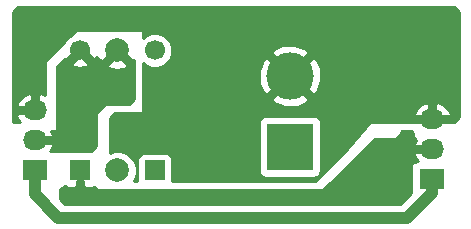
<source format=gbr>
G04 #@! TF.FileFunction,Copper,L2,Bot,Signal*
%FSLAX46Y46*%
G04 Gerber Fmt 4.6, Leading zero omitted, Abs format (unit mm)*
G04 Created by KiCad (PCBNEW 4.0.2-stable) date 9/4/2016 3:00:48 AM*
%MOMM*%
G01*
G04 APERTURE LIST*
%ADD10C,0.100000*%
%ADD11C,1.699260*%
%ADD12R,1.699260X1.699260*%
%ADD13C,1.998980*%
%ADD14C,4.000000*%
%ADD15R,4.000000X4.000000*%
%ADD16R,2.032000X1.727200*%
%ADD17O,2.032000X1.727200*%
%ADD18C,0.600000*%
%ADD19C,0.250000*%
%ADD20C,1.000000*%
%ADD21C,0.254000*%
G04 APERTURE END LIST*
D10*
D11*
X130810000Y-99060000D03*
D12*
X130810000Y-109220000D03*
D11*
X137160000Y-99060000D03*
D12*
X137160000Y-109220000D03*
D13*
X133985000Y-109220000D03*
X133985000Y-99060000D03*
D14*
X148590000Y-101220000D03*
D15*
X148590000Y-107220000D03*
D16*
X127000000Y-109220000D03*
D17*
X127000000Y-106680000D03*
X127000000Y-104140000D03*
D16*
X160655000Y-109982000D03*
D17*
X160655000Y-107442000D03*
X160655000Y-104902000D03*
D18*
X161500000Y-102220000D03*
X161500000Y-100220000D03*
X161500000Y-97970000D03*
X160000000Y-96470000D03*
X158000000Y-96470000D03*
X156000000Y-96470000D03*
X154000000Y-96470000D03*
X152000000Y-96470000D03*
X150000000Y-96470000D03*
X148000000Y-96470000D03*
X146000000Y-96470000D03*
X143750000Y-96470000D03*
X141750000Y-96470000D03*
X139750000Y-96470000D03*
X137750000Y-96470000D03*
X135750000Y-96470000D03*
X133750000Y-96470000D03*
X131750000Y-96470000D03*
X129750000Y-96470000D03*
X127750000Y-96470000D03*
X126500000Y-97720000D03*
X126500000Y-99470000D03*
X126500000Y-101220000D03*
X134000000Y-101720000D03*
X132000000Y-101720000D03*
X130750000Y-102970000D03*
X130750000Y-104970000D03*
X130750000Y-106720000D03*
D19*
X161500000Y-97970000D02*
X161500000Y-100220000D01*
X156000000Y-96470000D02*
X158000000Y-96470000D01*
X152000000Y-96470000D02*
X154000000Y-96470000D01*
X148000000Y-96470000D02*
X150000000Y-96470000D01*
X143750000Y-96470000D02*
X146000000Y-96470000D01*
X139750000Y-96470000D02*
X141750000Y-96470000D01*
X135750000Y-96470000D02*
X137750000Y-96470000D01*
X131750000Y-96470000D02*
X133750000Y-96470000D01*
X127750000Y-96470000D02*
X129750000Y-96470000D01*
X126500000Y-99470000D02*
X126500000Y-97720000D01*
X126500000Y-101220000D02*
X126500000Y-99470000D01*
X132000000Y-101720000D02*
X134000000Y-101720000D01*
X130750000Y-104970000D02*
X130750000Y-102970000D01*
X127000000Y-106680000D02*
X130710000Y-106680000D01*
X130710000Y-106680000D02*
X130750000Y-106720000D01*
X160655000Y-107442000D02*
X158528000Y-107442000D01*
X158528000Y-107442000D02*
X154500000Y-111470000D01*
X154500000Y-111470000D02*
X131960370Y-111470000D01*
X131960370Y-111470000D02*
X130810000Y-110319630D01*
X130810000Y-110319630D02*
X130810000Y-109220000D01*
X160500000Y-111220000D02*
X160530600Y-111220000D01*
D20*
X160530600Y-111220000D02*
X160655000Y-111095600D01*
X160655000Y-111095600D02*
X160655000Y-109982000D01*
X158500000Y-113220000D02*
X160500000Y-111220000D01*
X129000000Y-113220000D02*
X158500000Y-113220000D01*
X127000000Y-111220000D02*
X129000000Y-113220000D01*
X127000000Y-109220000D02*
X127000000Y-111220000D01*
D21*
G36*
X162873000Y-95772606D02*
X162873000Y-104667394D01*
X162447394Y-105093000D01*
X155500000Y-105093000D01*
X155450590Y-105103006D01*
X155405079Y-105135626D01*
X153407567Y-107382827D01*
X150697394Y-110093000D01*
X138644180Y-110093000D01*
X138648913Y-110069630D01*
X138648913Y-108370370D01*
X138605193Y-108138018D01*
X138467873Y-107924617D01*
X138258347Y-107781453D01*
X138009630Y-107731087D01*
X136310370Y-107731087D01*
X136078018Y-107774807D01*
X135864617Y-107912127D01*
X135721453Y-108121653D01*
X135671087Y-108370370D01*
X135671087Y-110069630D01*
X135675484Y-110093000D01*
X135383636Y-110093000D01*
X135611207Y-109544948D01*
X135611772Y-108897890D01*
X135364675Y-108299871D01*
X134907536Y-107841933D01*
X134309948Y-107593793D01*
X133662890Y-107593228D01*
X133377000Y-107711356D01*
X133377000Y-105220000D01*
X145950717Y-105220000D01*
X145950717Y-109220000D01*
X145994437Y-109452352D01*
X146131757Y-109665753D01*
X146341283Y-109808917D01*
X146590000Y-109859283D01*
X150590000Y-109859283D01*
X150822352Y-109815563D01*
X151035753Y-109678243D01*
X151178917Y-109468717D01*
X151229283Y-109220000D01*
X151229283Y-105220000D01*
X151185563Y-104987648D01*
X151048243Y-104774247D01*
X150838717Y-104631083D01*
X150590000Y-104580717D01*
X146590000Y-104580717D01*
X146357648Y-104624437D01*
X146144247Y-104761757D01*
X146001083Y-104971283D01*
X145950717Y-105220000D01*
X133377000Y-105220000D01*
X133377000Y-104772606D01*
X133722484Y-104427122D01*
X159089667Y-104427122D01*
X159192008Y-104654000D01*
X160407000Y-104654000D01*
X160407000Y-103576117D01*
X160903000Y-103576117D01*
X160903000Y-104654000D01*
X162117992Y-104654000D01*
X162220333Y-104427122D01*
X162063067Y-104107873D01*
X161663586Y-103687799D01*
X161133758Y-103452576D01*
X160903000Y-103576117D01*
X160407000Y-103576117D01*
X160176242Y-103452576D01*
X159646414Y-103687799D01*
X159246933Y-104107873D01*
X159089667Y-104427122D01*
X133722484Y-104427122D01*
X133802606Y-104347000D01*
X136000000Y-104347000D01*
X136049410Y-104336994D01*
X136091035Y-104308553D01*
X136118315Y-104266159D01*
X136127000Y-104220000D01*
X136127000Y-103169841D01*
X146990884Y-103169841D01*
X147223036Y-103523387D01*
X148208558Y-103871167D01*
X149252151Y-103815330D01*
X149956964Y-103523387D01*
X150189116Y-103169841D01*
X148590000Y-101570725D01*
X146990884Y-103169841D01*
X136127000Y-103169841D01*
X136127000Y-100838558D01*
X145938833Y-100838558D01*
X145994670Y-101882151D01*
X146286613Y-102586964D01*
X146640159Y-102819116D01*
X148239275Y-101220000D01*
X148940725Y-101220000D01*
X150539841Y-102819116D01*
X150893387Y-102586964D01*
X151241167Y-101601442D01*
X151185330Y-100557849D01*
X150893387Y-99853036D01*
X150539841Y-99620884D01*
X148940725Y-101220000D01*
X148239275Y-101220000D01*
X146640159Y-99620884D01*
X146286613Y-99853036D01*
X145938833Y-100838558D01*
X136127000Y-100838558D01*
X136127000Y-100115291D01*
X136322464Y-100311096D01*
X136864992Y-100536373D01*
X137452431Y-100536886D01*
X137995351Y-100312556D01*
X138411096Y-99897536D01*
X138636373Y-99355008D01*
X138636447Y-99270159D01*
X146990884Y-99270159D01*
X148590000Y-100869275D01*
X150189116Y-99270159D01*
X149956964Y-98916613D01*
X148971442Y-98568833D01*
X147927849Y-98624670D01*
X147223036Y-98916613D01*
X146990884Y-99270159D01*
X138636447Y-99270159D01*
X138636886Y-98767569D01*
X138412556Y-98224649D01*
X137997536Y-97808904D01*
X137455008Y-97583627D01*
X136867569Y-97583114D01*
X136324649Y-97807444D01*
X136127000Y-98004748D01*
X136127000Y-97470000D01*
X136116994Y-97420590D01*
X136088553Y-97378965D01*
X136046159Y-97351685D01*
X136000000Y-97343000D01*
X130500000Y-97343000D01*
X130450590Y-97353006D01*
X130410197Y-97380197D01*
X129988795Y-97801599D01*
X129974649Y-97807444D01*
X129558904Y-98222464D01*
X129552495Y-98237899D01*
X127910197Y-99880197D01*
X127882334Y-99922211D01*
X127873000Y-99970000D01*
X127873000Y-102865604D01*
X127478758Y-102690576D01*
X127248000Y-102814117D01*
X127248000Y-103892000D01*
X127268000Y-103892000D01*
X127268000Y-104388000D01*
X127248000Y-104388000D01*
X127248000Y-104408000D01*
X126752000Y-104408000D01*
X126752000Y-104388000D01*
X125537008Y-104388000D01*
X125434667Y-104614878D01*
X125591933Y-104934127D01*
X125743018Y-105093000D01*
X125127000Y-105093000D01*
X125127000Y-103665122D01*
X125434667Y-103665122D01*
X125537008Y-103892000D01*
X126752000Y-103892000D01*
X126752000Y-102814117D01*
X126521242Y-102690576D01*
X125991414Y-102925799D01*
X125591933Y-103345873D01*
X125434667Y-103665122D01*
X125127000Y-103665122D01*
X125127000Y-95772606D01*
X125552606Y-95347000D01*
X162447394Y-95347000D01*
X162873000Y-95772606D01*
X162873000Y-95772606D01*
G37*
X162873000Y-95772606D02*
X162873000Y-104667394D01*
X162447394Y-105093000D01*
X155500000Y-105093000D01*
X155450590Y-105103006D01*
X155405079Y-105135626D01*
X153407567Y-107382827D01*
X150697394Y-110093000D01*
X138644180Y-110093000D01*
X138648913Y-110069630D01*
X138648913Y-108370370D01*
X138605193Y-108138018D01*
X138467873Y-107924617D01*
X138258347Y-107781453D01*
X138009630Y-107731087D01*
X136310370Y-107731087D01*
X136078018Y-107774807D01*
X135864617Y-107912127D01*
X135721453Y-108121653D01*
X135671087Y-108370370D01*
X135671087Y-110069630D01*
X135675484Y-110093000D01*
X135383636Y-110093000D01*
X135611207Y-109544948D01*
X135611772Y-108897890D01*
X135364675Y-108299871D01*
X134907536Y-107841933D01*
X134309948Y-107593793D01*
X133662890Y-107593228D01*
X133377000Y-107711356D01*
X133377000Y-105220000D01*
X145950717Y-105220000D01*
X145950717Y-109220000D01*
X145994437Y-109452352D01*
X146131757Y-109665753D01*
X146341283Y-109808917D01*
X146590000Y-109859283D01*
X150590000Y-109859283D01*
X150822352Y-109815563D01*
X151035753Y-109678243D01*
X151178917Y-109468717D01*
X151229283Y-109220000D01*
X151229283Y-105220000D01*
X151185563Y-104987648D01*
X151048243Y-104774247D01*
X150838717Y-104631083D01*
X150590000Y-104580717D01*
X146590000Y-104580717D01*
X146357648Y-104624437D01*
X146144247Y-104761757D01*
X146001083Y-104971283D01*
X145950717Y-105220000D01*
X133377000Y-105220000D01*
X133377000Y-104772606D01*
X133722484Y-104427122D01*
X159089667Y-104427122D01*
X159192008Y-104654000D01*
X160407000Y-104654000D01*
X160407000Y-103576117D01*
X160903000Y-103576117D01*
X160903000Y-104654000D01*
X162117992Y-104654000D01*
X162220333Y-104427122D01*
X162063067Y-104107873D01*
X161663586Y-103687799D01*
X161133758Y-103452576D01*
X160903000Y-103576117D01*
X160407000Y-103576117D01*
X160176242Y-103452576D01*
X159646414Y-103687799D01*
X159246933Y-104107873D01*
X159089667Y-104427122D01*
X133722484Y-104427122D01*
X133802606Y-104347000D01*
X136000000Y-104347000D01*
X136049410Y-104336994D01*
X136091035Y-104308553D01*
X136118315Y-104266159D01*
X136127000Y-104220000D01*
X136127000Y-103169841D01*
X146990884Y-103169841D01*
X147223036Y-103523387D01*
X148208558Y-103871167D01*
X149252151Y-103815330D01*
X149956964Y-103523387D01*
X150189116Y-103169841D01*
X148590000Y-101570725D01*
X146990884Y-103169841D01*
X136127000Y-103169841D01*
X136127000Y-100838558D01*
X145938833Y-100838558D01*
X145994670Y-101882151D01*
X146286613Y-102586964D01*
X146640159Y-102819116D01*
X148239275Y-101220000D01*
X148940725Y-101220000D01*
X150539841Y-102819116D01*
X150893387Y-102586964D01*
X151241167Y-101601442D01*
X151185330Y-100557849D01*
X150893387Y-99853036D01*
X150539841Y-99620884D01*
X148940725Y-101220000D01*
X148239275Y-101220000D01*
X146640159Y-99620884D01*
X146286613Y-99853036D01*
X145938833Y-100838558D01*
X136127000Y-100838558D01*
X136127000Y-100115291D01*
X136322464Y-100311096D01*
X136864992Y-100536373D01*
X137452431Y-100536886D01*
X137995351Y-100312556D01*
X138411096Y-99897536D01*
X138636373Y-99355008D01*
X138636447Y-99270159D01*
X146990884Y-99270159D01*
X148590000Y-100869275D01*
X150189116Y-99270159D01*
X149956964Y-98916613D01*
X148971442Y-98568833D01*
X147927849Y-98624670D01*
X147223036Y-98916613D01*
X146990884Y-99270159D01*
X138636447Y-99270159D01*
X138636886Y-98767569D01*
X138412556Y-98224649D01*
X137997536Y-97808904D01*
X137455008Y-97583627D01*
X136867569Y-97583114D01*
X136324649Y-97807444D01*
X136127000Y-98004748D01*
X136127000Y-97470000D01*
X136116994Y-97420590D01*
X136088553Y-97378965D01*
X136046159Y-97351685D01*
X136000000Y-97343000D01*
X130500000Y-97343000D01*
X130450590Y-97353006D01*
X130410197Y-97380197D01*
X129988795Y-97801599D01*
X129974649Y-97807444D01*
X129558904Y-98222464D01*
X129552495Y-98237899D01*
X127910197Y-99880197D01*
X127882334Y-99922211D01*
X127873000Y-99970000D01*
X127873000Y-102865604D01*
X127478758Y-102690576D01*
X127248000Y-102814117D01*
X127248000Y-103892000D01*
X127268000Y-103892000D01*
X127268000Y-104388000D01*
X127248000Y-104388000D01*
X127248000Y-104408000D01*
X126752000Y-104408000D01*
X126752000Y-104388000D01*
X125537008Y-104388000D01*
X125434667Y-104614878D01*
X125591933Y-104934127D01*
X125743018Y-105093000D01*
X125127000Y-105093000D01*
X125127000Y-103665122D01*
X125434667Y-103665122D01*
X125537008Y-103892000D01*
X126752000Y-103892000D01*
X126752000Y-102814117D01*
X126521242Y-102690576D01*
X125991414Y-102925799D01*
X125591933Y-103345873D01*
X125434667Y-103665122D01*
X125127000Y-103665122D01*
X125127000Y-95772606D01*
X125552606Y-95347000D01*
X162447394Y-95347000D01*
X162873000Y-95772606D01*
G36*
X134349868Y-99045858D02*
X134335725Y-99060000D01*
X135207576Y-99931851D01*
X135373000Y-99859857D01*
X135373000Y-103167394D01*
X134947394Y-103593000D01*
X133000000Y-103593000D01*
X132950590Y-103603006D01*
X132909663Y-103630735D01*
X132243663Y-104304735D01*
X132216051Y-104346914D01*
X132207000Y-104394000D01*
X132207000Y-107135394D01*
X131773394Y-107569000D01*
X129794000Y-107569000D01*
X129790163Y-107569058D01*
X128998082Y-107593000D01*
X128295021Y-107593000D01*
X128408067Y-107474127D01*
X128565333Y-107154878D01*
X128462992Y-106928000D01*
X127248000Y-106928000D01*
X127248000Y-106948000D01*
X126752000Y-106948000D01*
X126752000Y-106928000D01*
X126732000Y-106928000D01*
X126732000Y-106432000D01*
X126752000Y-106432000D01*
X126752000Y-106412000D01*
X127248000Y-106412000D01*
X127248000Y-106432000D01*
X128462992Y-106432000D01*
X128565333Y-106205122D01*
X128408067Y-105885873D01*
X128371100Y-105847000D01*
X128750000Y-105847000D01*
X128799410Y-105836994D01*
X128841035Y-105808553D01*
X128868315Y-105766159D01*
X128876980Y-105722250D01*
X128904980Y-104142250D01*
X128905000Y-104140000D01*
X128905000Y-100382606D01*
X129114751Y-100172855D01*
X130047870Y-100172855D01*
X130137779Y-100407156D01*
X130704483Y-100561857D01*
X131287251Y-100487915D01*
X131482221Y-100407156D01*
X131530026Y-100282576D01*
X133113149Y-100282576D01*
X133221841Y-100532321D01*
X133843366Y-100712296D01*
X134486453Y-100640723D01*
X134748159Y-100532321D01*
X134856851Y-100282576D01*
X133985000Y-99410725D01*
X133113149Y-100282576D01*
X131530026Y-100282576D01*
X131572130Y-100172855D01*
X130810000Y-99410725D01*
X130047870Y-100172855D01*
X129114751Y-100172855D01*
X129529722Y-99757884D01*
X129697145Y-99822130D01*
X130459275Y-99060000D01*
X130445133Y-99045858D01*
X130795858Y-98695133D01*
X130810000Y-98709275D01*
X130824143Y-98695133D01*
X131174868Y-99045858D01*
X131160725Y-99060000D01*
X131922855Y-99822130D01*
X132157156Y-99732221D01*
X132181197Y-99644152D01*
X132425020Y-99822504D01*
X132470807Y-99843599D01*
X132521194Y-99845219D01*
X132543573Y-99836604D01*
X132762424Y-99931851D01*
X133634275Y-99060000D01*
X133620133Y-99045858D01*
X133970858Y-98695133D01*
X133985000Y-98709275D01*
X133999143Y-98695133D01*
X134349868Y-99045858D01*
X134349868Y-99045858D01*
G37*
X134349868Y-99045858D02*
X134335725Y-99060000D01*
X135207576Y-99931851D01*
X135373000Y-99859857D01*
X135373000Y-103167394D01*
X134947394Y-103593000D01*
X133000000Y-103593000D01*
X132950590Y-103603006D01*
X132909663Y-103630735D01*
X132243663Y-104304735D01*
X132216051Y-104346914D01*
X132207000Y-104394000D01*
X132207000Y-107135394D01*
X131773394Y-107569000D01*
X129794000Y-107569000D01*
X129790163Y-107569058D01*
X128998082Y-107593000D01*
X128295021Y-107593000D01*
X128408067Y-107474127D01*
X128565333Y-107154878D01*
X128462992Y-106928000D01*
X127248000Y-106928000D01*
X127248000Y-106948000D01*
X126752000Y-106948000D01*
X126752000Y-106928000D01*
X126732000Y-106928000D01*
X126732000Y-106432000D01*
X126752000Y-106432000D01*
X126752000Y-106412000D01*
X127248000Y-106412000D01*
X127248000Y-106432000D01*
X128462992Y-106432000D01*
X128565333Y-106205122D01*
X128408067Y-105885873D01*
X128371100Y-105847000D01*
X128750000Y-105847000D01*
X128799410Y-105836994D01*
X128841035Y-105808553D01*
X128868315Y-105766159D01*
X128876980Y-105722250D01*
X128904980Y-104142250D01*
X128905000Y-104140000D01*
X128905000Y-100382606D01*
X129114751Y-100172855D01*
X130047870Y-100172855D01*
X130137779Y-100407156D01*
X130704483Y-100561857D01*
X131287251Y-100487915D01*
X131482221Y-100407156D01*
X131530026Y-100282576D01*
X133113149Y-100282576D01*
X133221841Y-100532321D01*
X133843366Y-100712296D01*
X134486453Y-100640723D01*
X134748159Y-100532321D01*
X134856851Y-100282576D01*
X133985000Y-99410725D01*
X133113149Y-100282576D01*
X131530026Y-100282576D01*
X131572130Y-100172855D01*
X130810000Y-99410725D01*
X130047870Y-100172855D01*
X129114751Y-100172855D01*
X129529722Y-99757884D01*
X129697145Y-99822130D01*
X130459275Y-99060000D01*
X130445133Y-99045858D01*
X130795858Y-98695133D01*
X130810000Y-98709275D01*
X130824143Y-98695133D01*
X131174868Y-99045858D01*
X131160725Y-99060000D01*
X131922855Y-99822130D01*
X132157156Y-99732221D01*
X132181197Y-99644152D01*
X132425020Y-99822504D01*
X132470807Y-99843599D01*
X132521194Y-99845219D01*
X132543573Y-99836604D01*
X132762424Y-99931851D01*
X133634275Y-99060000D01*
X133620133Y-99045858D01*
X133970858Y-98695133D01*
X133985000Y-98709275D01*
X133999143Y-98695133D01*
X134349868Y-99045858D01*
G36*
X159129517Y-106510161D02*
X159154634Y-106553871D01*
X159194779Y-106584366D01*
X159225093Y-106594534D01*
X159286061Y-106606728D01*
X159246933Y-106647873D01*
X159089667Y-106967122D01*
X159192008Y-107194000D01*
X160373000Y-107194000D01*
X160373000Y-107690000D01*
X159192008Y-107690000D01*
X159089667Y-107916878D01*
X159246933Y-108236127D01*
X159440229Y-108439387D01*
X158959839Y-108599517D01*
X158916129Y-108624634D01*
X158885634Y-108664779D01*
X158873000Y-108720000D01*
X158873000Y-111167394D01*
X157947394Y-112093000D01*
X129552606Y-112093000D01*
X129127000Y-111667394D01*
X129127000Y-110785896D01*
X129515995Y-110511967D01*
X129605203Y-110601175D01*
X129835652Y-110696630D01*
X130405250Y-110696630D01*
X130562000Y-110539880D01*
X130562000Y-110109000D01*
X131058000Y-110109000D01*
X131058000Y-110539880D01*
X131214750Y-110696630D01*
X131784348Y-110696630D01*
X132012514Y-110602120D01*
X132244197Y-110833803D01*
X132286211Y-110861666D01*
X132334000Y-110871000D01*
X151384000Y-110871000D01*
X151433410Y-110860994D01*
X151472841Y-110834754D01*
X155801815Y-106597000D01*
X157500000Y-106597000D01*
X157549410Y-106586994D01*
X157589803Y-106559803D01*
X157839803Y-106309803D01*
X157863592Y-106276796D01*
X158078490Y-105847000D01*
X158908463Y-105847000D01*
X159129517Y-106510161D01*
X159129517Y-106510161D01*
G37*
X159129517Y-106510161D02*
X159154634Y-106553871D01*
X159194779Y-106584366D01*
X159225093Y-106594534D01*
X159286061Y-106606728D01*
X159246933Y-106647873D01*
X159089667Y-106967122D01*
X159192008Y-107194000D01*
X160373000Y-107194000D01*
X160373000Y-107690000D01*
X159192008Y-107690000D01*
X159089667Y-107916878D01*
X159246933Y-108236127D01*
X159440229Y-108439387D01*
X158959839Y-108599517D01*
X158916129Y-108624634D01*
X158885634Y-108664779D01*
X158873000Y-108720000D01*
X158873000Y-111167394D01*
X157947394Y-112093000D01*
X129552606Y-112093000D01*
X129127000Y-111667394D01*
X129127000Y-110785896D01*
X129515995Y-110511967D01*
X129605203Y-110601175D01*
X129835652Y-110696630D01*
X130405250Y-110696630D01*
X130562000Y-110539880D01*
X130562000Y-110109000D01*
X131058000Y-110109000D01*
X131058000Y-110539880D01*
X131214750Y-110696630D01*
X131784348Y-110696630D01*
X132012514Y-110602120D01*
X132244197Y-110833803D01*
X132286211Y-110861666D01*
X132334000Y-110871000D01*
X151384000Y-110871000D01*
X151433410Y-110860994D01*
X151472841Y-110834754D01*
X155801815Y-106597000D01*
X157500000Y-106597000D01*
X157549410Y-106586994D01*
X157589803Y-106559803D01*
X157839803Y-106309803D01*
X157863592Y-106276796D01*
X158078490Y-105847000D01*
X158908463Y-105847000D01*
X159129517Y-106510161D01*
M02*

</source>
